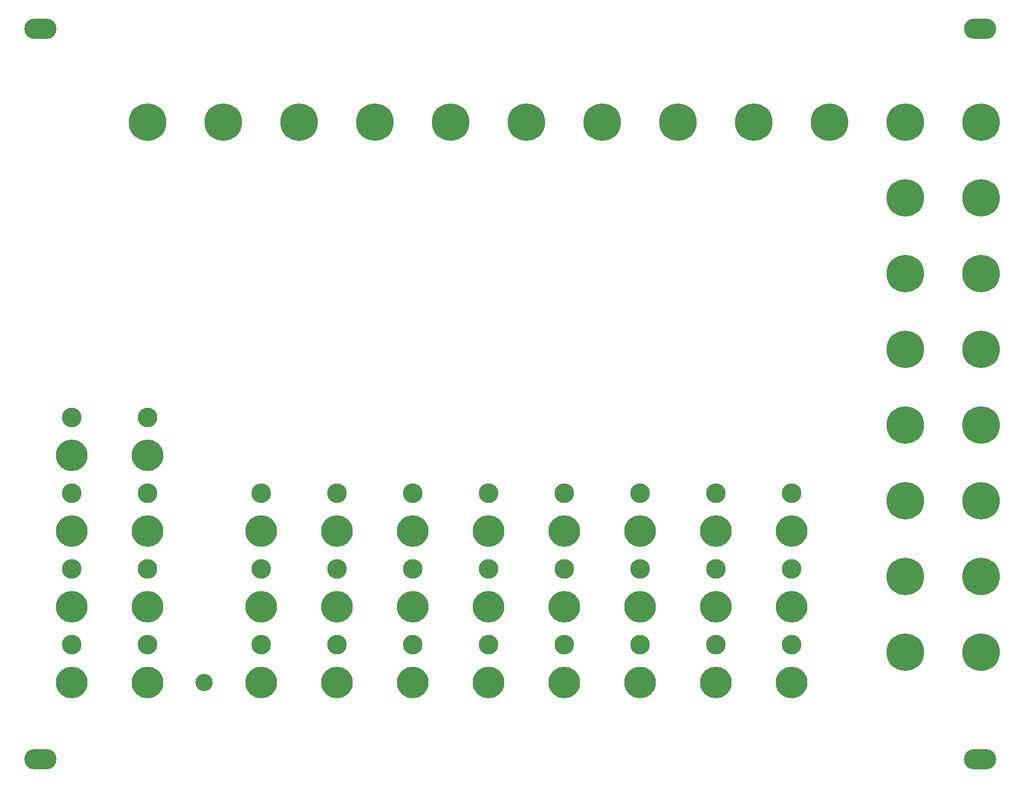
<source format=gts>
G04 #@! TF.GenerationSoftware,KiCad,Pcbnew,(5.0.0-rc2-24-g81af2db)*
G04 #@! TF.CreationDate,2019-03-18T13:49:04-05:00*
G04 #@! TF.ProjectId,frontpanel,66726F6E7470616E656C2E6B69636164,rev?*
G04 #@! TF.SameCoordinates,Original*
G04 #@! TF.FileFunction,Soldermask,Top*
G04 #@! TF.FilePolarity,Negative*
%FSLAX46Y46*%
G04 Gerber Fmt 4.6, Leading zero omitted, Abs format (unit mm)*
G04 Created by KiCad (PCBNEW (5.0.0-rc2-24-g81af2db)) date Monday, March 18, 2019 at 01:49:04 PM*
%MOMM*%
%LPD*%
G01*
G04 APERTURE LIST*
%ADD10C,2.900000*%
%ADD11C,5.300000*%
%ADD12C,3.300000*%
%ADD13C,6.300000*%
%ADD14O,5.400000X3.400000*%
G04 APERTURE END LIST*
D10*
G04 #@! TO.C,REF\002A\002A*
X111125000Y-139700000D03*
G04 #@! TD*
D11*
G04 #@! TO.C,PLAY*
X88900000Y-101600000D03*
G04 #@! TD*
G04 #@! TO.C,BPM*
X101600000Y-101600000D03*
G04 #@! TD*
G04 #@! TO.C,PERF*
X88900000Y-114300000D03*
G04 #@! TD*
G04 #@! TO.C,PATT*
X101600000Y-114300000D03*
G04 #@! TD*
G04 #@! TO.C,<<*
X88900000Y-127000000D03*
G04 #@! TD*
G04 #@! TO.C,>>*
X101600000Y-127000000D03*
G04 #@! TD*
G04 #@! TO.C,SHIFT*
X88900000Y-139700000D03*
G04 #@! TD*
G04 #@! TO.C,PAGE*
X101600000Y-139700000D03*
G04 #@! TD*
G04 #@! TO.C,SW317*
X120650000Y-114300000D03*
G04 #@! TD*
G04 #@! TO.C,SW318*
X133350000Y-114300000D03*
G04 #@! TD*
G04 #@! TO.C,SW319*
X146050000Y-114300000D03*
G04 #@! TD*
G04 #@! TO.C,SW320*
X158750000Y-114300000D03*
G04 #@! TD*
G04 #@! TO.C,SW321*
X171450000Y-114300000D03*
G04 #@! TD*
G04 #@! TO.C,SW322*
X184150000Y-114300000D03*
G04 #@! TD*
G04 #@! TO.C,SW323*
X196850000Y-114300000D03*
G04 #@! TD*
G04 #@! TO.C,SW324*
X209550000Y-114300000D03*
G04 #@! TD*
G04 #@! TO.C,SW325*
X120650000Y-127000000D03*
G04 #@! TD*
G04 #@! TO.C,SW326*
X133350000Y-127000000D03*
G04 #@! TD*
G04 #@! TO.C,SW327*
X146050000Y-127000000D03*
G04 #@! TD*
G04 #@! TO.C,SW328*
X158750000Y-127000000D03*
G04 #@! TD*
G04 #@! TO.C,SW329*
X171450000Y-127000000D03*
G04 #@! TD*
G04 #@! TO.C,SW330*
X184150000Y-127000000D03*
G04 #@! TD*
G04 #@! TO.C,SW331*
X196850000Y-127000000D03*
G04 #@! TD*
G04 #@! TO.C,SW332*
X209550000Y-127000000D03*
G04 #@! TD*
G04 #@! TO.C,SW333*
X120650000Y-139700000D03*
G04 #@! TD*
G04 #@! TO.C,SW334*
X133350000Y-139700000D03*
G04 #@! TD*
G04 #@! TO.C,SW335*
X146050000Y-139700000D03*
G04 #@! TD*
G04 #@! TO.C,SW336*
X158750000Y-139700000D03*
G04 #@! TD*
G04 #@! TO.C,SW337*
X171450000Y-139700000D03*
G04 #@! TD*
G04 #@! TO.C,SW338*
X184150000Y-139700000D03*
G04 #@! TD*
G04 #@! TO.C,SW339*
X196850000Y-139700000D03*
G04 #@! TD*
G04 #@! TO.C,SW340*
X209550000Y-139700000D03*
G04 #@! TD*
D12*
G04 #@! TO.C,LED432*
X209550000Y-133350000D03*
G04 #@! TD*
G04 #@! TO.C,LED431*
X196850000Y-133350000D03*
G04 #@! TD*
G04 #@! TO.C,LED430*
X184150000Y-133350000D03*
G04 #@! TD*
G04 #@! TO.C,LED429*
X171450000Y-133350000D03*
G04 #@! TD*
G04 #@! TO.C,LED428*
X158750000Y-133350000D03*
G04 #@! TD*
G04 #@! TO.C,LED427*
X146050000Y-133350000D03*
G04 #@! TD*
G04 #@! TO.C,LED426*
X133350000Y-133350000D03*
G04 #@! TD*
G04 #@! TO.C,LED425*
X120650000Y-133350000D03*
G04 #@! TD*
G04 #@! TO.C,LED424*
X209550000Y-120650000D03*
G04 #@! TD*
G04 #@! TO.C,LED423*
X196850000Y-120650000D03*
G04 #@! TD*
G04 #@! TO.C,LED422*
X184150000Y-120650000D03*
G04 #@! TD*
G04 #@! TO.C,LED421*
X171450000Y-120650000D03*
G04 #@! TD*
G04 #@! TO.C,LED420*
X158750000Y-120650000D03*
G04 #@! TD*
G04 #@! TO.C,LED419*
X146050000Y-120650000D03*
G04 #@! TD*
G04 #@! TO.C,LED418*
X133350000Y-120650000D03*
G04 #@! TD*
G04 #@! TO.C,LED417*
X120650000Y-120650000D03*
G04 #@! TD*
G04 #@! TO.C,LED416*
X209550000Y-107950000D03*
G04 #@! TD*
G04 #@! TO.C,LED415*
X196850000Y-107950000D03*
G04 #@! TD*
G04 #@! TO.C,LED414*
X184150000Y-107950000D03*
G04 #@! TD*
G04 #@! TO.C,LED413*
X171450000Y-107950000D03*
G04 #@! TD*
G04 #@! TO.C,LED412*
X158750000Y-107950000D03*
G04 #@! TD*
G04 #@! TO.C,LED411*
X146050000Y-107950000D03*
G04 #@! TD*
G04 #@! TO.C,LED410*
X133350000Y-107950000D03*
G04 #@! TD*
G04 #@! TO.C,LED409*
X120650000Y-107950000D03*
G04 #@! TD*
G04 #@! TO.C,LED408*
X101600000Y-133350000D03*
G04 #@! TD*
G04 #@! TO.C,LED407*
X88900000Y-133350000D03*
G04 #@! TD*
G04 #@! TO.C,LED406*
X101600000Y-120650000D03*
G04 #@! TD*
G04 #@! TO.C,LED405*
X88900000Y-120650000D03*
G04 #@! TD*
G04 #@! TO.C,LED404*
X101600000Y-107950000D03*
G04 #@! TD*
G04 #@! TO.C,LED403*
X88900000Y-107950000D03*
G04 #@! TD*
G04 #@! TO.C,LED402*
X101600000Y-95250000D03*
G04 #@! TD*
G04 #@! TO.C,LED401*
X88900000Y-95250000D03*
G04 #@! TD*
D13*
G04 #@! TO.C,J603*
X127000000Y-45720000D03*
G04 #@! TD*
G04 #@! TO.C,J605*
X152400000Y-45720000D03*
G04 #@! TD*
G04 #@! TO.C,J611*
X241300000Y-45720000D03*
G04 #@! TD*
G04 #@! TO.C,J612*
X241300000Y-58420000D03*
G04 #@! TD*
G04 #@! TO.C,J613*
X241300000Y-71120000D03*
G04 #@! TD*
G04 #@! TO.C,J614*
X241300000Y-83820000D03*
G04 #@! TD*
G04 #@! TO.C,J615*
X241300000Y-96520000D03*
G04 #@! TD*
G04 #@! TO.C,J616*
X241300000Y-109220000D03*
G04 #@! TD*
G04 #@! TO.C,J617*
X241300000Y-121920000D03*
G04 #@! TD*
G04 #@! TO.C,J618*
X241300000Y-134620000D03*
G04 #@! TD*
G04 #@! TO.C,J607*
X177800000Y-45720000D03*
G04 #@! TD*
G04 #@! TO.C,J608*
X190500000Y-45720000D03*
G04 #@! TD*
G04 #@! TO.C,J609*
X203200000Y-45720000D03*
G04 #@! TD*
G04 #@! TO.C,J610*
X215900000Y-45720000D03*
G04 #@! TD*
G04 #@! TO.C,J619*
X228600000Y-45720000D03*
G04 #@! TD*
G04 #@! TO.C,J620*
X228600000Y-58420000D03*
G04 #@! TD*
G04 #@! TO.C,J621*
X228600000Y-71120000D03*
G04 #@! TD*
G04 #@! TO.C,J622*
X228600000Y-83820000D03*
G04 #@! TD*
G04 #@! TO.C,J623*
X228600000Y-96520000D03*
G04 #@! TD*
G04 #@! TO.C,J624*
X228600000Y-109220000D03*
G04 #@! TD*
G04 #@! TO.C,J625*
X228600000Y-121920000D03*
G04 #@! TD*
G04 #@! TO.C,J626*
X228600000Y-134620000D03*
G04 #@! TD*
G04 #@! TO.C,J604*
X139700000Y-45720000D03*
G04 #@! TD*
G04 #@! TO.C,J606*
X165100000Y-45720000D03*
G04 #@! TD*
D14*
G04 #@! TO.C,REF\002A\002A*
X241180000Y-152575000D03*
G04 #@! TD*
G04 #@! TO.C,REF\002A\002A*
X241180000Y-30075000D03*
G04 #@! TD*
G04 #@! TO.C,REF\002A\002A*
X83700000Y-30075000D03*
G04 #@! TD*
G04 #@! TO.C,REF\002A\002A*
X83700000Y-152575000D03*
G04 #@! TD*
D13*
G04 #@! TO.C,J601*
X101600000Y-45720000D03*
G04 #@! TD*
G04 #@! TO.C,J602*
X114300000Y-45720000D03*
G04 #@! TD*
M02*

</source>
